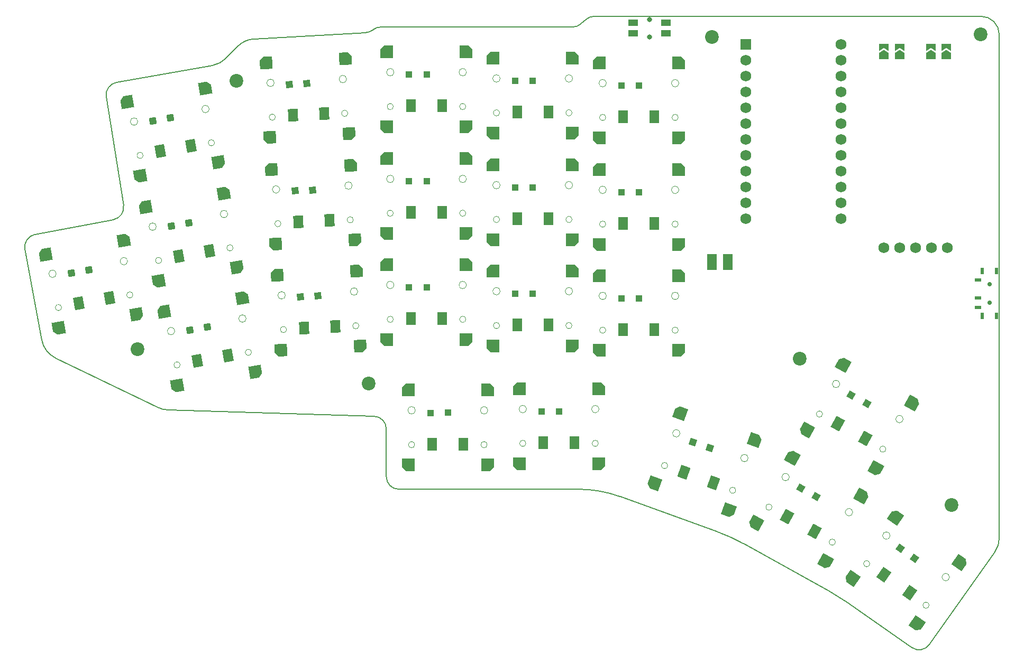
<source format=gbr>
%TF.GenerationSoftware,KiCad,Pcbnew,8.0.6*%
%TF.CreationDate,2024-11-17T18:27:12-05:00*%
%TF.ProjectId,ultra_lp_keeb,756c7472-615f-46c7-905f-6b6565622e6b,rev?*%
%TF.SameCoordinates,Original*%
%TF.FileFunction,Soldermask,Bot*%
%TF.FilePolarity,Negative*%
%FSLAX46Y46*%
G04 Gerber Fmt 4.6, Leading zero omitted, Abs format (unit mm)*
G04 Created by KiCad (PCBNEW 8.0.6) date 2024-11-17 18:27:12*
%MOMM*%
%LPD*%
G01*
G04 APERTURE LIST*
G04 Aperture macros list*
%AMRotRect*
0 Rectangle, with rotation*
0 The origin of the aperture is its center*
0 $1 length*
0 $2 width*
0 $3 Rotation angle, in degrees counterclockwise*
0 Add horizontal line*
21,1,$1,$2,0,0,$3*%
%AMOutline5P*
0 Free polygon, 5 corners , with rotation*
0 The origin of the aperture is its center*
0 number of corners: always 5*
0 $1 to $10 corner X, Y*
0 $11 Rotation angle, in degrees counterclockwise*
0 create outline with 5 corners*
4,1,5,$1,$2,$3,$4,$5,$6,$7,$8,$9,$10,$1,$2,$11*%
%AMOutline6P*
0 Free polygon, 6 corners , with rotation*
0 The origin of the aperture is its center*
0 number of corners: always 6*
0 $1 to $12 corner X, Y*
0 $13 Rotation angle, in degrees counterclockwise*
0 create outline with 6 corners*
4,1,6,$1,$2,$3,$4,$5,$6,$7,$8,$9,$10,$11,$12,$1,$2,$13*%
%AMOutline7P*
0 Free polygon, 7 corners , with rotation*
0 The origin of the aperture is its center*
0 number of corners: always 7*
0 $1 to $14 corner X, Y*
0 $15 Rotation angle, in degrees counterclockwise*
0 create outline with 7 corners*
4,1,7,$1,$2,$3,$4,$5,$6,$7,$8,$9,$10,$11,$12,$13,$14,$1,$2,$15*%
%AMOutline8P*
0 Free polygon, 8 corners , with rotation*
0 The origin of the aperture is its center*
0 number of corners: always 8*
0 $1 to $16 corner X, Y*
0 $17 Rotation angle, in degrees counterclockwise*
0 create outline with 8 corners*
4,1,8,$1,$2,$3,$4,$5,$6,$7,$8,$9,$10,$11,$12,$13,$14,$15,$16,$1,$2,$17*%
%AMFreePoly0*
4,1,6,1.000000,0.000000,0.500000,-0.750000,-0.500000,-0.750000,-0.500000,0.750000,0.500000,0.750000,1.000000,0.000000,1.000000,0.000000,$1*%
%AMFreePoly1*
4,1,6,0.500000,-0.750000,-0.650000,-0.750000,-0.150000,0.000000,-0.650000,0.750000,0.500000,0.750000,0.500000,-0.750000,0.500000,-0.750000,$1*%
G04 Aperture macros list end*
%ADD10C,1.752600*%
%ADD11C,2.200000*%
%ADD12RotRect,1.100000X1.100000X331.000000*%
%ADD13RotRect,1.550000X2.000000X331.000000*%
%ADD14Outline5P,-1.000000X0.400000X-0.400000X1.000000X1.000000X1.000000X1.000000X-1.000000X-1.000000X-1.000000X331.000000*%
%ADD15Outline5P,-1.000000X1.000000X1.000000X1.000000X1.000000X-1.000000X-0.400000X-1.000000X-1.000000X-0.400000X331.000000*%
%ADD16Outline5P,-1.000000X1.000000X0.400000X1.000000X1.000000X0.400000X1.000000X-1.000000X-1.000000X-1.000000X331.000000*%
%ADD17Outline5P,-1.000000X1.000000X1.000000X1.000000X1.000000X-0.400000X0.400000X-1.000000X-1.000000X-1.000000X331.000000*%
%ADD18RotRect,1.100000X1.100000X10.000000*%
%ADD19RotRect,1.550000X2.000000X10.000000*%
%ADD20Outline5P,-1.000000X0.400000X-0.400000X1.000000X1.000000X1.000000X1.000000X-1.000000X-1.000000X-1.000000X10.000000*%
%ADD21Outline5P,-1.000000X1.000000X1.000000X1.000000X1.000000X-1.000000X-0.400000X-1.000000X-1.000000X-0.400000X10.000000*%
%ADD22Outline5P,-1.000000X1.000000X1.000000X1.000000X1.000000X-0.400000X0.400000X-1.000000X-1.000000X-1.000000X10.000000*%
%ADD23Outline5P,-1.000000X1.000000X0.400000X1.000000X1.000000X0.400000X1.000000X-1.000000X-1.000000X-1.000000X10.000000*%
%ADD24R,1.100000X1.100000*%
%ADD25R,1.550000X2.000000*%
%ADD26Outline5P,-1.000000X0.400000X-0.400000X1.000000X1.000000X1.000000X1.000000X-1.000000X-1.000000X-1.000000X0.000000*%
%ADD27Outline5P,-1.000000X1.000000X1.000000X1.000000X1.000000X-1.000000X-0.400000X-1.000000X-1.000000X-0.400000X0.000000*%
%ADD28Outline5P,-1.000000X1.000000X0.400000X1.000000X1.000000X0.400000X1.000000X-1.000000X-1.000000X-1.000000X0.000000*%
%ADD29Outline5P,-1.000000X1.000000X1.000000X1.000000X1.000000X-0.400000X0.400000X-1.000000X-1.000000X-1.000000X0.000000*%
%ADD30RotRect,1.100000X1.100000X3.000000*%
%ADD31RotRect,1.550000X2.000000X3.000000*%
%ADD32Outline5P,-1.000000X0.400000X-0.400000X1.000000X1.000000X1.000000X1.000000X-1.000000X-1.000000X-1.000000X3.000000*%
%ADD33Outline5P,-1.000000X1.000000X1.000000X1.000000X1.000000X-1.000000X-0.400000X-1.000000X-1.000000X-0.400000X3.000000*%
%ADD34Outline5P,-1.000000X1.000000X0.400000X1.000000X1.000000X0.400000X1.000000X-1.000000X-1.000000X-1.000000X3.000000*%
%ADD35Outline5P,-1.000000X1.000000X1.000000X1.000000X1.000000X-0.400000X0.400000X-1.000000X-1.000000X-1.000000X3.000000*%
%ADD36C,0.700000*%
%ADD37R,1.752600X1.752600*%
%ADD38C,0.800000*%
%ADD39RotRect,1.100000X1.100000X325.000000*%
%ADD40RotRect,1.550000X2.000000X325.000000*%
%ADD41Outline5P,-1.000000X0.400000X-0.400000X1.000000X1.000000X1.000000X1.000000X-1.000000X-1.000000X-1.000000X325.000000*%
%ADD42Outline5P,-1.000000X1.000000X1.000000X1.000000X1.000000X-1.000000X-0.400000X-1.000000X-1.000000X-0.400000X325.000000*%
%ADD43Outline5P,-1.000000X1.000000X0.400000X1.000000X1.000000X0.400000X1.000000X-1.000000X-1.000000X-1.000000X325.000000*%
%ADD44Outline5P,-1.000000X1.000000X1.000000X1.000000X1.000000X-0.400000X0.400000X-1.000000X-1.000000X-1.000000X325.000000*%
%ADD45RotRect,1.100000X1.100000X340.000000*%
%ADD46RotRect,1.550000X2.000000X340.000000*%
%ADD47Outline5P,-1.000000X0.400000X-0.400000X1.000000X1.000000X1.000000X1.000000X-1.000000X-1.000000X-1.000000X340.000000*%
%ADD48Outline5P,-1.000000X1.000000X1.000000X1.000000X1.000000X-1.000000X-0.400000X-1.000000X-1.000000X-0.400000X340.000000*%
%ADD49Outline5P,-1.000000X1.000000X0.400000X1.000000X1.000000X0.400000X1.000000X-1.000000X-1.000000X-1.000000X340.000000*%
%ADD50Outline5P,-1.000000X1.000000X1.000000X1.000000X1.000000X-0.400000X0.400000X-1.000000X-1.000000X-1.000000X340.000000*%
%ADD51FreePoly0,90.000000*%
%ADD52FreePoly1,90.000000*%
%ADD53R,0.600000X1.100000*%
%ADD54R,0.600000X1.000000*%
%ADD55R,1.000000X0.600000*%
%ADD56R,1.550000X1.000000*%
%ADD57R,1.500000X2.500000*%
%TA.AperFunction,Profile*%
%ADD58C,0.200000*%
%TD*%
%TA.AperFunction,Profile*%
%ADD59C,0.100000*%
%TD*%
G04 APERTURE END LIST*
D10*
%TO.C,REF\u002A\u002A*%
X204460000Y-92770000D03*
X214620000Y-92770000D03*
X212080000Y-92770000D03*
X207000000Y-92770000D03*
X209540000Y-92770000D03*
%TD*%
D11*
%TO.C,REF\u002A\u002A*%
X100859385Y-66000000D03*
%TD*%
D12*
%TO.C,CPG1316*%
X193660476Y-132658978D03*
D13*
X193405135Y-138241373D03*
X189032036Y-135817325D03*
D12*
X191194756Y-131304423D03*
D14*
X189858353Y-126385348D03*
D15*
X184040638Y-136880785D03*
D16*
X200966024Y-132542430D03*
D17*
X195148309Y-143037867D03*
%TD*%
D18*
%TO.C,CPG1316*%
X90270391Y-71894220D03*
D19*
X93585068Y-76393249D03*
X88661029Y-77261491D03*
D18*
X87501715Y-72393261D03*
D20*
X83367463Y-69411448D03*
D21*
X85451241Y-81229141D03*
D22*
X97958299Y-79023809D03*
D23*
X95874522Y-67206116D03*
%TD*%
D24*
%TO.C,CPG1316*%
X165300000Y-66752599D03*
D25*
X167783072Y-71758865D03*
X162783072Y-71758865D03*
D24*
X162486729Y-66763283D03*
D26*
X158933072Y-63108865D03*
D27*
X158933072Y-75108865D03*
D28*
X171633072Y-63108865D03*
D29*
X171633072Y-75108865D03*
%TD*%
D11*
%TO.C,REF\u002A\u002A*%
X215354482Y-133962760D03*
%TD*%
D30*
%TO.C,CPG1316*%
X113035321Y-83476851D03*
D31*
X115776998Y-88346302D03*
X110783850Y-88607982D03*
D30*
X110226465Y-83634755D03*
D32*
X106486421Y-80171330D03*
D33*
X107114452Y-92154884D03*
D34*
X119169016Y-79506663D03*
D35*
X119797047Y-91490217D03*
%TD*%
D30*
%TO.C,CPG1316*%
X112140376Y-66400286D03*
D31*
X114882053Y-71269737D03*
X109888905Y-71531417D03*
D30*
X109331520Y-66558190D03*
D32*
X105591476Y-63094765D03*
D33*
X106219507Y-75078319D03*
D34*
X118274071Y-62430098D03*
D35*
X118902102Y-74413652D03*
%TD*%
D36*
%TO.C,SW1*%
X221402988Y-101518082D03*
X221402988Y-98618082D03*
%TD*%
D11*
%TO.C,REF\u002A\u002A*%
X191000000Y-110500000D03*
%TD*%
D24*
%TO.C,CPG1316*%
X148300000Y-83102599D03*
D25*
X150783072Y-88108865D03*
X145783072Y-88108865D03*
D24*
X145486729Y-83113283D03*
D26*
X141933072Y-79458865D03*
D27*
X141933072Y-91458865D03*
D28*
X154633072Y-79458865D03*
D29*
X154633072Y-91458865D03*
%TD*%
D37*
%TO.C,U1*%
X182383670Y-60145502D03*
D10*
X182383670Y-62685502D03*
X182383670Y-65225502D03*
X182383670Y-67765502D03*
X182383670Y-70305502D03*
X182383670Y-72845502D03*
X182383670Y-75385502D03*
X182383670Y-77925502D03*
X182383670Y-80465502D03*
X182383670Y-83005502D03*
X182383670Y-85545502D03*
X182383670Y-88085502D03*
X197623670Y-88085502D03*
X197623670Y-85545502D03*
X197623670Y-83005502D03*
X197623670Y-80465502D03*
X197623670Y-77925502D03*
X197623670Y-75385502D03*
X197623670Y-72845502D03*
X197623670Y-70305502D03*
X197623670Y-67765502D03*
X197623670Y-65225502D03*
X197623670Y-62685502D03*
X197623670Y-60145502D03*
%TD*%
D11*
%TO.C,REF\u002A\u002A*%
X122000000Y-114500000D03*
%TD*%
D38*
%TO.C,REF\u002A\u002A*%
X167000000Y-56175000D03*
X167000000Y-58920000D03*
%TD*%
D11*
%TO.C,REF\u002A\u002A*%
X85000000Y-109000000D03*
%TD*%
D18*
%TO.C,CPG1316*%
X96191793Y-105476164D03*
D19*
X99506470Y-109975193D03*
X94582431Y-110843435D03*
D18*
X93423117Y-105975205D03*
D20*
X89288865Y-102993392D03*
D21*
X91372643Y-114811085D03*
D22*
X103879701Y-112605753D03*
D23*
X101795924Y-100788060D03*
%TD*%
D18*
%TO.C,CPG1316*%
X93239775Y-88734432D03*
D19*
X96554452Y-93233461D03*
X91630413Y-94101703D03*
D18*
X90471099Y-89233473D03*
D20*
X86336847Y-86251660D03*
D21*
X88420625Y-98069353D03*
D22*
X100927683Y-95864021D03*
D23*
X98843906Y-84046328D03*
%TD*%
D24*
%TO.C,CPG1316*%
X131300000Y-82102599D03*
D25*
X133783072Y-87108865D03*
X128783072Y-87108865D03*
D24*
X128486729Y-82113283D03*
D26*
X124933072Y-78458865D03*
D27*
X124933072Y-90458865D03*
D28*
X137633072Y-78458865D03*
D29*
X137633072Y-90458865D03*
%TD*%
D24*
%TO.C,CPG1316*%
X165300000Y-83852599D03*
D25*
X167783072Y-88858865D03*
X162783072Y-88858865D03*
D24*
X162486729Y-83863283D03*
D26*
X158933072Y-80208865D03*
D27*
X158933072Y-92208865D03*
D28*
X171633072Y-80208865D03*
D29*
X171633072Y-92208865D03*
%TD*%
D24*
%TO.C,CPG1316*%
X152514195Y-118991961D03*
D25*
X154997267Y-123998227D03*
X149997266Y-123998229D03*
D24*
X149700924Y-119002645D03*
D26*
X146147267Y-115348227D03*
D27*
X146147267Y-127348227D03*
D29*
X158847266Y-127348227D03*
D28*
X158847267Y-115348227D03*
%TD*%
D24*
%TO.C,CPG1316*%
X165300000Y-100852599D03*
D25*
X167783072Y-105858865D03*
X162783072Y-105858865D03*
D24*
X162486729Y-100863283D03*
D26*
X158933072Y-97208865D03*
D27*
X158933072Y-109208865D03*
D28*
X171633072Y-97208865D03*
D29*
X171633072Y-109208865D03*
%TD*%
D30*
%TO.C,CPG1316*%
X113925032Y-100453553D03*
D31*
X116666709Y-105323004D03*
X111673561Y-105584684D03*
D30*
X111116176Y-100611457D03*
D32*
X107376132Y-97148032D03*
D33*
X108004163Y-109131586D03*
D34*
X120058727Y-96483365D03*
D35*
X120686758Y-108466919D03*
%TD*%
D18*
%TO.C,CPG1316*%
X77210026Y-96284444D03*
D19*
X80524703Y-100783473D03*
X75600664Y-101651715D03*
D18*
X74441350Y-96783485D03*
D20*
X70307098Y-93801672D03*
D21*
X72390876Y-105619365D03*
D22*
X84897934Y-103414033D03*
D23*
X82814157Y-91596340D03*
%TD*%
D11*
%TO.C,REF\u002A\u002A*%
X220000000Y-58500000D03*
%TD*%
D24*
%TO.C,CPG1316*%
X131300000Y-65002599D03*
D25*
X133783072Y-70008865D03*
X128783072Y-70008865D03*
D24*
X128486729Y-65013283D03*
D26*
X124933072Y-61358865D03*
D27*
X124933072Y-73358865D03*
D28*
X137633072Y-61358865D03*
D29*
X137633072Y-73358865D03*
%TD*%
D24*
%TO.C,CPG1316*%
X148300000Y-100102599D03*
D25*
X150783072Y-105108865D03*
X145783072Y-105108865D03*
D24*
X145486729Y-100113283D03*
D26*
X141933072Y-96458865D03*
D27*
X141933072Y-108458865D03*
D28*
X154633072Y-96458865D03*
D29*
X154633072Y-108458865D03*
%TD*%
D24*
%TO.C,CPG1316*%
X134714195Y-119191960D03*
D25*
X137197267Y-124198226D03*
X132197266Y-124198228D03*
D24*
X131900924Y-119202644D03*
D26*
X128347267Y-115548226D03*
D27*
X128347267Y-127548226D03*
D29*
X141047266Y-127548226D03*
D28*
X141047267Y-115548226D03*
%TD*%
D39*
%TO.C,CPG1316*%
X209440965Y-142534677D03*
D40*
X208603503Y-148059800D03*
X204507744Y-145191919D03*
D39*
X207130341Y-140929804D03*
D41*
X206315443Y-135897985D03*
D42*
X199432526Y-145727811D03*
D43*
X216718674Y-143182405D03*
D44*
X209835757Y-153012230D03*
%TD*%
D11*
%TO.C,REF\u002A\u002A*%
X177000000Y-59000000D03*
%TD*%
D24*
%TO.C,CPG1316*%
X131300000Y-99102599D03*
D25*
X133783072Y-104108865D03*
X128783072Y-104108865D03*
D24*
X128486729Y-99113283D03*
D26*
X124933072Y-95458865D03*
D27*
X124933072Y-107458865D03*
D28*
X137633072Y-95458865D03*
D29*
X137633072Y-107458865D03*
%TD*%
D45*
%TO.C,CPG1316*%
X176601680Y-124845344D03*
D46*
X177222762Y-130398956D03*
X172524298Y-128688855D03*
D45*
X173954419Y-123893189D03*
D47*
X171864956Y-119243737D03*
D48*
X167760714Y-130520049D03*
D49*
X183799053Y-123587391D03*
D50*
X179694812Y-134863704D03*
%TD*%
D24*
%TO.C,CPG1316*%
X148300000Y-66002599D03*
D25*
X150783072Y-71008865D03*
X145783072Y-71008865D03*
D24*
X145486729Y-66013283D03*
D26*
X141933072Y-62358865D03*
D27*
X141933072Y-74358865D03*
D28*
X154633072Y-62358865D03*
D29*
X154633072Y-74358865D03*
%TD*%
D12*
%TO.C,CPG1316*%
X201744534Y-117740275D03*
D13*
X201489193Y-123322670D03*
X197116094Y-120898622D03*
D12*
X199278814Y-116385720D03*
D14*
X197942411Y-111466645D03*
D15*
X192124696Y-121962082D03*
D16*
X209050082Y-117623727D03*
D17*
X203232367Y-128119164D03*
%TD*%
D51*
%TO.C,REF\u002A\u002A*%
X212000000Y-61995000D03*
D52*
X212000000Y-60545000D03*
%TD*%
D53*
%TO.C,SW1*%
X222553341Y-103676085D03*
D54*
X222553341Y-96476085D03*
D36*
X221410341Y-101526085D03*
X221410341Y-98626085D03*
D54*
X220267341Y-103676085D03*
D53*
X220267341Y-96476085D03*
D55*
X219560341Y-97876085D03*
X219560341Y-100776085D03*
X219560341Y-102276085D03*
%TD*%
D51*
%TO.C,REF\u002A\u002A*%
X204500000Y-61995000D03*
D52*
X204500000Y-60545000D03*
%TD*%
D38*
%TO.C,REF\u002A\u002A*%
X167000000Y-58920000D03*
X167000000Y-56175000D03*
D56*
X169600000Y-58400000D03*
X164400000Y-58400000D03*
X169600000Y-56700000D03*
X164400000Y-56700000D03*
%TD*%
D57*
%TO.C,REF\u002A\u002A*%
X179500000Y-95000000D03*
X177000000Y-95000000D03*
%TD*%
D51*
%TO.C,REF\u002A\u002A*%
X214500000Y-61995000D03*
D52*
X214500000Y-60545000D03*
%TD*%
D51*
%TO.C,REF\u002A\u002A*%
X207000000Y-61995000D03*
D52*
X207000000Y-60545000D03*
%TD*%
D58*
X198211338Y-149310638D02*
X208998450Y-156823920D01*
X101039239Y-60480933D02*
G75*
G02*
X103675942Y-59279008I2864861J-2791667D01*
G01*
X67020389Y-92933037D02*
X69702163Y-107523299D01*
X80029800Y-68520386D02*
X82788470Y-85951132D01*
X222981676Y-139205693D02*
G75*
G02*
X222248532Y-141512964I-3999976J893D01*
G01*
X89901131Y-118735233D02*
G75*
G02*
X88280772Y-118337148I123169J3998133D01*
G01*
X122744429Y-57788483D02*
G75*
G02*
X123977732Y-57362819I1233471J-1574317D01*
G01*
X182031807Y-140174956D02*
X195591980Y-147679626D01*
X122685777Y-57834436D02*
G75*
G02*
X121566379Y-58256844I-1233477J1574336D01*
G01*
X97032648Y-63515641D02*
X81656487Y-66238385D01*
X99200054Y-62368436D02*
G75*
G02*
X97032647Y-63515635I-2864854J2791536D01*
G01*
X122744429Y-57788483D02*
X122685777Y-57834436D01*
X126849501Y-131439519D02*
G75*
G02*
X124849982Y-129441771I399J1999919D01*
G01*
X222981676Y-139205693D02*
X222981489Y-58614286D01*
X155491493Y-131439519D02*
G75*
G02*
X162299012Y-132633729I7J-19999981D01*
G01*
X89901131Y-118735233D02*
X122902841Y-119751958D01*
X124841252Y-121748758D02*
X124849916Y-129441771D01*
X154685338Y-57360144D02*
X123977732Y-57362820D01*
X82788470Y-85951132D02*
G75*
G02*
X81184761Y-88228925I-1975370J-312668D01*
G01*
X101039239Y-60480933D02*
X99200054Y-62368436D01*
X68615733Y-90606327D02*
X81184761Y-88228926D01*
X67020389Y-92933037D02*
G75*
G02*
X68615742Y-90606376I1967011J361537D01*
G01*
X195591980Y-147679626D02*
G75*
G02*
X198211336Y-149310641I-14526680J-26248174D01*
G01*
X222248543Y-141512972D02*
X211774955Y-156336845D01*
X177776999Y-138236616D02*
G75*
G02*
X182031806Y-140174957I-10271899J-28186584D01*
G01*
X211774955Y-156336845D02*
G75*
G02*
X208998414Y-156823972I-1633455J1153945D01*
G01*
X156082748Y-56790795D02*
G75*
G02*
X154685338Y-57360120I-1397648J1430895D01*
G01*
X121566379Y-58256844D02*
X103675940Y-59278966D01*
X162299012Y-132633730D02*
X177776999Y-138236616D01*
X126849501Y-131439519D02*
X155491493Y-131439519D01*
X219999342Y-55631411D02*
X158136517Y-55648686D01*
X156082748Y-56790795D02*
X156809364Y-56158895D01*
X88280774Y-118337143D02*
X71892727Y-110400203D01*
X156809364Y-56158895D02*
G75*
G02*
X158136517Y-55648686I1327736J-1472505D01*
G01*
X122902841Y-119751958D02*
G75*
G02*
X124841288Y-121748758I-61541J-1999042D01*
G01*
X71892727Y-110400203D02*
G75*
G02*
X69702175Y-107523297I1743673J3600103D01*
G01*
X219999342Y-55631411D02*
G75*
G02*
X222981489Y-58614286I-42J-2982189D01*
G01*
X80029800Y-68520386D02*
G75*
G02*
X81656488Y-66238390I1975410J312636D01*
G01*
D59*
%TO.C,CPG1316*%
X186598841Y-134307792D02*
G75*
G02*
X185598839Y-134307792I-500001J0D01*
G01*
X185598839Y-134307792D02*
G75*
G02*
X186598841Y-134307792I500001J0D01*
G01*
X189363764Y-129494507D02*
G75*
G02*
X188163762Y-129494507I-600001J0D01*
G01*
X188163762Y-129494507D02*
G75*
G02*
X189363764Y-129494507I600001J0D01*
G01*
X196742895Y-139928706D02*
G75*
G02*
X195742899Y-139928706I-499998J0D01*
G01*
X195742899Y-139928706D02*
G75*
G02*
X196742895Y-139928706I499998J0D01*
G01*
X199510881Y-135121176D02*
G75*
G02*
X198310883Y-135121176I-599999J0D01*
G01*
X198310883Y-135121176D02*
G75*
G02*
X199510881Y-135121176I599999J0D01*
G01*
X85073466Y-72516567D02*
G75*
G02*
X83873464Y-72516567I-600001J0D01*
G01*
X83873464Y-72516567D02*
G75*
G02*
X85073466Y-72516567I600001J0D01*
G01*
X85931528Y-77934281D02*
G75*
G02*
X84931530Y-77934281I-499999J0D01*
G01*
X84931530Y-77934281D02*
G75*
G02*
X85931528Y-77934281I499999J0D01*
G01*
X96500234Y-70503521D02*
G75*
G02*
X95300232Y-70503521I-600001J0D01*
G01*
X95300232Y-70503521D02*
G75*
G02*
X96500234Y-70503521I600001J0D01*
G01*
X97352299Y-75918690D02*
G75*
G02*
X96352299Y-75918690I-500000J0D01*
G01*
X96352299Y-75918690D02*
G75*
G02*
X97352299Y-75918690I500000J0D01*
G01*
X160083072Y-66358865D02*
G75*
G02*
X158883072Y-66358865I-600000J0D01*
G01*
X158883072Y-66358865D02*
G75*
G02*
X160083072Y-66358865I600000J0D01*
G01*
X159985805Y-71860639D02*
G75*
G02*
X158985805Y-71860639I-500000J0D01*
G01*
X158985805Y-71860639D02*
G75*
G02*
X159985805Y-71860639I500000J0D01*
G01*
X171583072Y-71858865D02*
G75*
G02*
X170583072Y-71858865I-500000J0D01*
G01*
X170583072Y-71858865D02*
G75*
G02*
X171583072Y-71858865I500000J0D01*
G01*
X171685805Y-66360639D02*
G75*
G02*
X170485805Y-66360639I-600000J0D01*
G01*
X170485805Y-66360639D02*
G75*
G02*
X171685805Y-66360639I600000J0D01*
G01*
X107805759Y-83388091D02*
G75*
G02*
X106605759Y-83388091I-600000J0D01*
G01*
X106605759Y-83388091D02*
G75*
G02*
X107805759Y-83388091I600000J0D01*
G01*
X107996428Y-88882182D02*
G75*
G02*
X106996430Y-88882182I-499999J0D01*
G01*
X106996430Y-88882182D02*
G75*
G02*
X107996428Y-88882182I499999J0D01*
G01*
X119392683Y-82782622D02*
G75*
G02*
X118192683Y-82782622I-600000J0D01*
G01*
X118192683Y-82782622D02*
G75*
G02*
X119392683Y-82782622I600000J0D01*
G01*
X119577709Y-88273456D02*
G75*
G02*
X118577709Y-88273456I-500000J0D01*
G01*
X118577709Y-88273456D02*
G75*
G02*
X119577709Y-88273456I500000J0D01*
G01*
X106910814Y-66311526D02*
G75*
G02*
X105710814Y-66311526I-600000J0D01*
G01*
X105710814Y-66311526D02*
G75*
G02*
X106910814Y-66311526I600000J0D01*
G01*
X107101483Y-71805617D02*
G75*
G02*
X106101485Y-71805617I-499999J0D01*
G01*
X106101485Y-71805617D02*
G75*
G02*
X107101483Y-71805617I499999J0D01*
G01*
X118497738Y-65706057D02*
G75*
G02*
X117297738Y-65706057I-600000J0D01*
G01*
X117297738Y-65706057D02*
G75*
G02*
X118497738Y-65706057I600000J0D01*
G01*
X118682764Y-71196891D02*
G75*
G02*
X117682764Y-71196891I-500000J0D01*
G01*
X117682764Y-71196891D02*
G75*
G02*
X118682764Y-71196891I500000J0D01*
G01*
X143083072Y-82708865D02*
G75*
G02*
X141883072Y-82708865I-600000J0D01*
G01*
X141883072Y-82708865D02*
G75*
G02*
X143083072Y-82708865I600000J0D01*
G01*
X142985805Y-88210639D02*
G75*
G02*
X141985805Y-88210639I-500000J0D01*
G01*
X141985805Y-88210639D02*
G75*
G02*
X142985805Y-88210639I500000J0D01*
G01*
X154583072Y-88208865D02*
G75*
G02*
X153583072Y-88208865I-500000J0D01*
G01*
X153583072Y-88208865D02*
G75*
G02*
X154583072Y-88208865I500000J0D01*
G01*
X154685805Y-82710639D02*
G75*
G02*
X153485805Y-82710639I-600000J0D01*
G01*
X153485805Y-82710639D02*
G75*
G02*
X154685805Y-82710639I600000J0D01*
G01*
X90994868Y-106098511D02*
G75*
G02*
X89794866Y-106098511I-600001J0D01*
G01*
X89794866Y-106098511D02*
G75*
G02*
X90994868Y-106098511I600001J0D01*
G01*
X91852930Y-111516225D02*
G75*
G02*
X90852932Y-111516225I-499999J0D01*
G01*
X90852932Y-111516225D02*
G75*
G02*
X91852930Y-111516225I499999J0D01*
G01*
X102421636Y-104085465D02*
G75*
G02*
X101221634Y-104085465I-600001J0D01*
G01*
X101221634Y-104085465D02*
G75*
G02*
X102421636Y-104085465I600001J0D01*
G01*
X103273701Y-109500634D02*
G75*
G02*
X102273701Y-109500634I-500000J0D01*
G01*
X102273701Y-109500634D02*
G75*
G02*
X103273701Y-109500634I500000J0D01*
G01*
X88042850Y-89356779D02*
G75*
G02*
X86842848Y-89356779I-600001J0D01*
G01*
X86842848Y-89356779D02*
G75*
G02*
X88042850Y-89356779I600001J0D01*
G01*
X88900912Y-94774493D02*
G75*
G02*
X87900914Y-94774493I-499999J0D01*
G01*
X87900914Y-94774493D02*
G75*
G02*
X88900912Y-94774493I499999J0D01*
G01*
X99469618Y-87343733D02*
G75*
G02*
X98269616Y-87343733I-600001J0D01*
G01*
X98269616Y-87343733D02*
G75*
G02*
X99469618Y-87343733I600001J0D01*
G01*
X100321683Y-92758902D02*
G75*
G02*
X99321683Y-92758902I-500000J0D01*
G01*
X99321683Y-92758902D02*
G75*
G02*
X100321683Y-92758902I500000J0D01*
G01*
X126083072Y-81708865D02*
G75*
G02*
X124883072Y-81708865I-600000J0D01*
G01*
X124883072Y-81708865D02*
G75*
G02*
X126083072Y-81708865I600000J0D01*
G01*
X125985805Y-87210639D02*
G75*
G02*
X124985805Y-87210639I-500000J0D01*
G01*
X124985805Y-87210639D02*
G75*
G02*
X125985805Y-87210639I500000J0D01*
G01*
X137583072Y-87208865D02*
G75*
G02*
X136583072Y-87208865I-500000J0D01*
G01*
X136583072Y-87208865D02*
G75*
G02*
X137583072Y-87208865I500000J0D01*
G01*
X137685805Y-81710639D02*
G75*
G02*
X136485805Y-81710639I-600000J0D01*
G01*
X136485805Y-81710639D02*
G75*
G02*
X137685805Y-81710639I600000J0D01*
G01*
X160083072Y-83458865D02*
G75*
G02*
X158883072Y-83458865I-600000J0D01*
G01*
X158883072Y-83458865D02*
G75*
G02*
X160083072Y-83458865I600000J0D01*
G01*
X159985805Y-88960639D02*
G75*
G02*
X158985805Y-88960639I-500000J0D01*
G01*
X158985805Y-88960639D02*
G75*
G02*
X159985805Y-88960639I500000J0D01*
G01*
X171583072Y-88958865D02*
G75*
G02*
X170583072Y-88958865I-500000J0D01*
G01*
X170583072Y-88958865D02*
G75*
G02*
X171583072Y-88958865I500000J0D01*
G01*
X171685805Y-83460639D02*
G75*
G02*
X170485805Y-83460639I-600000J0D01*
G01*
X170485805Y-83460639D02*
G75*
G02*
X171685805Y-83460639I600000J0D01*
G01*
X147297269Y-118598227D02*
G75*
G02*
X146097267Y-118598227I-600001J0D01*
G01*
X146097267Y-118598227D02*
G75*
G02*
X147297269Y-118598227I600001J0D01*
G01*
X147200000Y-124100000D02*
G75*
G02*
X146200002Y-124100000I-499999J0D01*
G01*
X146200002Y-124100000D02*
G75*
G02*
X147200000Y-124100000I499999J0D01*
G01*
X158797267Y-124098227D02*
G75*
G02*
X157797267Y-124098227I-500000J0D01*
G01*
X157797267Y-124098227D02*
G75*
G02*
X158797267Y-124098227I500000J0D01*
G01*
X158900000Y-118600002D02*
G75*
G02*
X157699998Y-118600002I-600001J0D01*
G01*
X157699998Y-118600002D02*
G75*
G02*
X158900000Y-118600002I600001J0D01*
G01*
X160083072Y-100458865D02*
G75*
G02*
X158883072Y-100458865I-600000J0D01*
G01*
X158883072Y-100458865D02*
G75*
G02*
X160083072Y-100458865I600000J0D01*
G01*
X159985805Y-105960639D02*
G75*
G02*
X158985805Y-105960639I-500000J0D01*
G01*
X158985805Y-105960639D02*
G75*
G02*
X159985805Y-105960639I500000J0D01*
G01*
X171583072Y-105958865D02*
G75*
G02*
X170583072Y-105958865I-500000J0D01*
G01*
X170583072Y-105958865D02*
G75*
G02*
X171583072Y-105958865I500000J0D01*
G01*
X171685805Y-100460639D02*
G75*
G02*
X170485805Y-100460639I-600000J0D01*
G01*
X170485805Y-100460639D02*
G75*
G02*
X171685805Y-100460639I600000J0D01*
G01*
X108695470Y-100364793D02*
G75*
G02*
X107495470Y-100364793I-600000J0D01*
G01*
X107495470Y-100364793D02*
G75*
G02*
X108695470Y-100364793I600000J0D01*
G01*
X108886139Y-105858884D02*
G75*
G02*
X107886141Y-105858884I-499999J0D01*
G01*
X107886141Y-105858884D02*
G75*
G02*
X108886139Y-105858884I499999J0D01*
G01*
X120282394Y-99759324D02*
G75*
G02*
X119082394Y-99759324I-600000J0D01*
G01*
X119082394Y-99759324D02*
G75*
G02*
X120282394Y-99759324I600000J0D01*
G01*
X120467420Y-105250158D02*
G75*
G02*
X119467420Y-105250158I-500000J0D01*
G01*
X119467420Y-105250158D02*
G75*
G02*
X120467420Y-105250158I500000J0D01*
G01*
X72013101Y-96906791D02*
G75*
G02*
X70813099Y-96906791I-600001J0D01*
G01*
X70813099Y-96906791D02*
G75*
G02*
X72013101Y-96906791I600001J0D01*
G01*
X72871163Y-102324505D02*
G75*
G02*
X71871165Y-102324505I-499999J0D01*
G01*
X71871165Y-102324505D02*
G75*
G02*
X72871163Y-102324505I499999J0D01*
G01*
X83439869Y-94893745D02*
G75*
G02*
X82239867Y-94893745I-600001J0D01*
G01*
X82239867Y-94893745D02*
G75*
G02*
X83439869Y-94893745I600001J0D01*
G01*
X84291934Y-100308914D02*
G75*
G02*
X83291934Y-100308914I-500000J0D01*
G01*
X83291934Y-100308914D02*
G75*
G02*
X84291934Y-100308914I500000J0D01*
G01*
X126083072Y-64608865D02*
G75*
G02*
X124883072Y-64608865I-600000J0D01*
G01*
X124883072Y-64608865D02*
G75*
G02*
X126083072Y-64608865I600000J0D01*
G01*
X125985805Y-70110639D02*
G75*
G02*
X124985805Y-70110639I-500000J0D01*
G01*
X124985805Y-70110639D02*
G75*
G02*
X125985805Y-70110639I500000J0D01*
G01*
X137583072Y-70108865D02*
G75*
G02*
X136583072Y-70108865I-500000J0D01*
G01*
X136583072Y-70108865D02*
G75*
G02*
X137583072Y-70108865I500000J0D01*
G01*
X137685805Y-64610639D02*
G75*
G02*
X136485805Y-64610639I-600000J0D01*
G01*
X136485805Y-64610639D02*
G75*
G02*
X137685805Y-64610639I600000J0D01*
G01*
X143083072Y-99708865D02*
G75*
G02*
X141883072Y-99708865I-600000J0D01*
G01*
X141883072Y-99708865D02*
G75*
G02*
X143083072Y-99708865I600000J0D01*
G01*
X142985805Y-105210639D02*
G75*
G02*
X141985805Y-105210639I-500000J0D01*
G01*
X141985805Y-105210639D02*
G75*
G02*
X142985805Y-105210639I500000J0D01*
G01*
X154583072Y-105208865D02*
G75*
G02*
X153583072Y-105208865I-500000J0D01*
G01*
X153583072Y-105208865D02*
G75*
G02*
X154583072Y-105208865I500000J0D01*
G01*
X154685805Y-99710639D02*
G75*
G02*
X153485805Y-99710639I-600000J0D01*
G01*
X153485805Y-99710639D02*
G75*
G02*
X154685805Y-99710639I600000J0D01*
G01*
X129497269Y-118798226D02*
G75*
G02*
X128297267Y-118798226I-600001J0D01*
G01*
X128297267Y-118798226D02*
G75*
G02*
X129497269Y-118798226I600001J0D01*
G01*
X129400000Y-124299999D02*
G75*
G02*
X128400002Y-124299999I-499999J0D01*
G01*
X128400002Y-124299999D02*
G75*
G02*
X129400000Y-124299999I499999J0D01*
G01*
X140997267Y-124298226D02*
G75*
G02*
X139997267Y-124298226I-500000J0D01*
G01*
X139997267Y-124298226D02*
G75*
G02*
X140997267Y-124298226I500000J0D01*
G01*
X141100000Y-118800001D02*
G75*
G02*
X139899998Y-118800001I-600001J0D01*
G01*
X139899998Y-118800001D02*
G75*
G02*
X141100000Y-118800001I600001J0D01*
G01*
X202248404Y-143384053D02*
G75*
G02*
X201248402Y-143384053I-500001J0D01*
G01*
X201248402Y-143384053D02*
G75*
G02*
X202248404Y-143384053I500001J0D01*
G01*
X205501853Y-138875694D02*
G75*
G02*
X204301853Y-138875694I-600000J0D01*
G01*
X204301853Y-138875694D02*
G75*
G02*
X205501853Y-138875694I600000J0D01*
G01*
X211749344Y-150034519D02*
G75*
G02*
X210749346Y-150034519I-499999J0D01*
G01*
X210749346Y-150034519D02*
G75*
G02*
X211749344Y-150034519I499999J0D01*
G01*
X215005238Y-145532203D02*
G75*
G02*
X213805240Y-145532203I-599999J0D01*
G01*
X213805240Y-145532203D02*
G75*
G02*
X215005238Y-145532203I599999J0D01*
G01*
X126083072Y-98708865D02*
G75*
G02*
X124883072Y-98708865I-600000J0D01*
G01*
X124883072Y-98708865D02*
G75*
G02*
X126083072Y-98708865I600000J0D01*
G01*
X125985805Y-104210639D02*
G75*
G02*
X124985805Y-104210639I-500000J0D01*
G01*
X124985805Y-104210639D02*
G75*
G02*
X125985805Y-104210639I500000J0D01*
G01*
X137583072Y-104208865D02*
G75*
G02*
X136583072Y-104208865I-500000J0D01*
G01*
X136583072Y-104208865D02*
G75*
G02*
X137583072Y-104208865I500000J0D01*
G01*
X137685805Y-98710639D02*
G75*
G02*
X136485805Y-98710639I-600000J0D01*
G01*
X136485805Y-98710639D02*
G75*
G02*
X137685805Y-98710639I600000J0D01*
G01*
X169891074Y-127656759D02*
G75*
G02*
X168891070Y-127656759I-500002J0D01*
G01*
X168891070Y-127656759D02*
G75*
G02*
X169891074Y-127656759I500002J0D01*
G01*
X171870223Y-122485848D02*
G75*
G02*
X170670221Y-122485848I-600001J0D01*
G01*
X170670221Y-122485848D02*
G75*
G02*
X171870223Y-122485848I600001J0D01*
G01*
X180789540Y-131621591D02*
G75*
G02*
X179789546Y-131621591I-499997J0D01*
G01*
X179789546Y-131621591D02*
G75*
G02*
X180789540Y-131621591I499997J0D01*
G01*
X182772617Y-126455885D02*
G75*
G02*
X181572619Y-126455885I-599999J0D01*
G01*
X181572619Y-126455885D02*
G75*
G02*
X182772617Y-126455885I599999J0D01*
G01*
X143083072Y-65608865D02*
G75*
G02*
X141883072Y-65608865I-600000J0D01*
G01*
X141883072Y-65608865D02*
G75*
G02*
X143083072Y-65608865I600000J0D01*
G01*
X142985805Y-71110639D02*
G75*
G02*
X141985805Y-71110639I-500000J0D01*
G01*
X141985805Y-71110639D02*
G75*
G02*
X142985805Y-71110639I500000J0D01*
G01*
X154583072Y-71108865D02*
G75*
G02*
X153583072Y-71108865I-500000J0D01*
G01*
X153583072Y-71108865D02*
G75*
G02*
X154583072Y-71108865I500000J0D01*
G01*
X154685805Y-65610639D02*
G75*
G02*
X153485805Y-65610639I-600000J0D01*
G01*
X153485805Y-65610639D02*
G75*
G02*
X154685805Y-65610639I600000J0D01*
G01*
X194682899Y-119389089D02*
G75*
G02*
X193682897Y-119389089I-500001J0D01*
G01*
X193682897Y-119389089D02*
G75*
G02*
X194682899Y-119389089I500001J0D01*
G01*
X197447822Y-114575804D02*
G75*
G02*
X196247820Y-114575804I-600001J0D01*
G01*
X196247820Y-114575804D02*
G75*
G02*
X197447822Y-114575804I600001J0D01*
G01*
X204826953Y-125010003D02*
G75*
G02*
X203826957Y-125010003I-499998J0D01*
G01*
X203826957Y-125010003D02*
G75*
G02*
X204826953Y-125010003I499998J0D01*
G01*
X207594939Y-120202473D02*
G75*
G02*
X206394941Y-120202473I-599999J0D01*
G01*
X206394941Y-120202473D02*
G75*
G02*
X207594939Y-120202473I599999J0D01*
G01*
%TD*%
M02*

</source>
